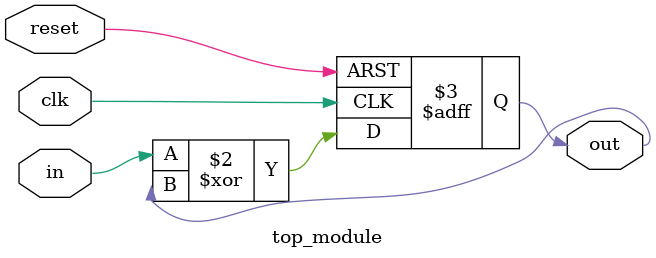
<source format=sv>
module top_module (
	input clk,
	input in,
    input reset,
	output reg out
);

	always @(posedge clk or posedge reset) begin
        if (reset)
            out <= 0;
        else 
            out <= in ^ out;
	end

endmodule

</source>
